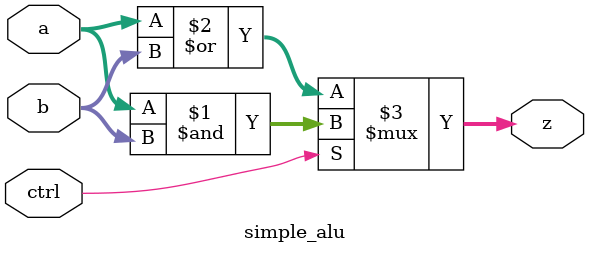
<source format=v>

module simple_alu (a, b, ctrl, z);
  input [3:0] a, b;
  input ctrl;

  output [3:0] z;

  assign z = ctrl ? a & b : a | b;
endmodule

</source>
